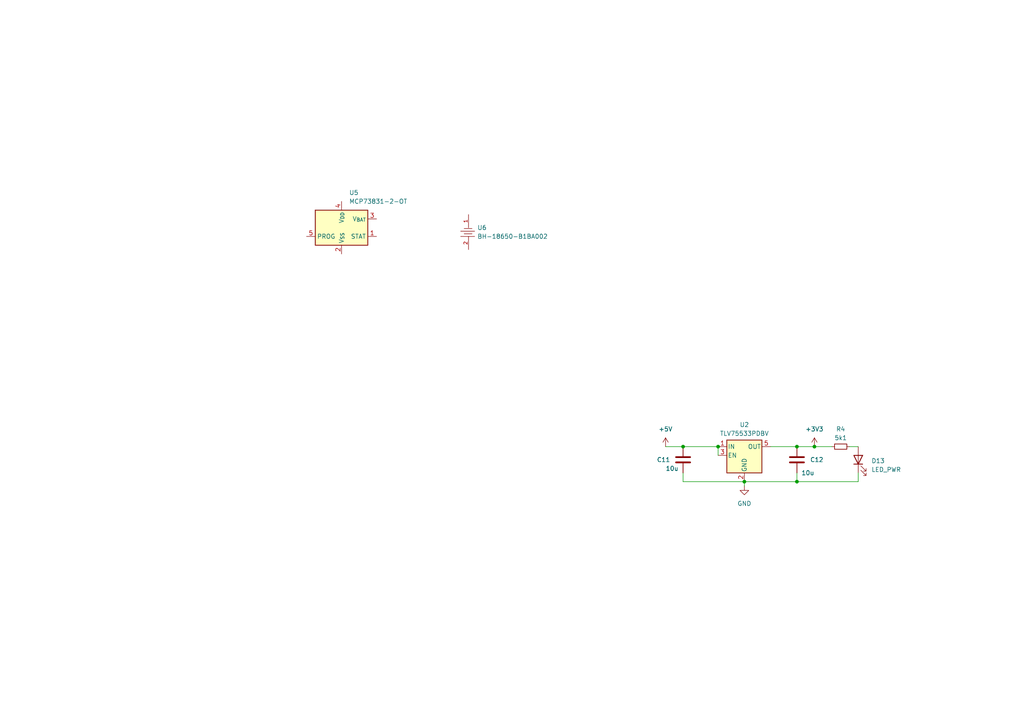
<source format=kicad_sch>
(kicad_sch (version 20230121) (generator eeschema)
  (paper "A4")
  (lib_symbols
    (symbol "BH-18650-B1BA002:BH-18650-B1BA002" (pin_names hide)
      (property "Reference" "U" (at 0 1.27 0))
      (property "Value" "BH-18650-B1BA002" (at 0 -2.54 0))
      (symbol "BH-18650-B1BA002_0_1"
        (polyline (pts (xy -1.27 2.286) (xy -1.27 -1.778)))
        (polyline (pts (xy -0.508 1.27) (xy -0.508 -1.016)))
        (polyline (pts (xy 0.254 2.286) (xy 0.254 -1.778)))
        (polyline (pts (xy 1.016 1.27) (xy 1.016 -1.016)))
        (pin input line (at 5.08 0 180) (length 3.81) (name "1") (number "1"))
        (pin input line (at -5.08 0 0) (length 3.81) (name "2") (number "2"))
      )
    )
    (symbol "Battery_Management:MCP73831-2-OT"
      (property "Reference" "U" (at -7.62 6.35 0))
      (property "Value" "MCP73831-2-OT" (at 1.27 6.35 0))
      (symbol "MCP73831-2-OT_0_1"
        (rectangle (start -7.62 5.08) (end 7.62 -5.08) (stroke (width 0.254)) (fill (type background)))
      )
      (symbol "MCP73831-2-OT_1_1"
        (pin tri_state line (at 10.16 -2.54 180) (length 2.54) (name "STAT") (number "1"))
        (pin power_in line (at 0 -7.62 90) (length 2.54) (name "V_{SS}") (number "2"))
        (pin power_out line (at 10.16 2.54 180) (length 2.54) (name "V_{BAT}") (number "3"))
        (pin power_in line (at 0 7.62 270) (length 2.54) (name "V_{DD}") (number "4"))
        (pin input line (at -10.16 -2.54 0) (length 2.54) (name "PROG") (number "5"))
      )
    )
    (symbol "Device:C" (pin_numbers hide) (pin_names (offset 0.254))
      (property "Reference" "C" (at 0.635 2.54 0))
      (property "Value" "C" (at 0.635 -2.54 0))
      (symbol "C_0_1"
        (polyline (pts (xy -2.032 -0.762) (xy 2.032 -0.762)) (stroke (width 0.508)))
        (polyline (pts (xy -2.032 0.762) (xy 2.032 0.762)) (stroke (width 0.508)))
      )
      (symbol "C_1_1"
        (pin passive line (at 0 3.81 270) (length 2.794) (name "~") (number "1"))
        (pin passive line (at 0 -3.81 90) (length 2.794) (name "~") (number "2"))
      )
    )
    (symbol "Device:LED" (pin_numbers hide) (pin_names (offset 1.016) hide)
      (property "Reference" "D" (at 0 2.54 0))
      (property "Value" "LED" (at 0 -2.54 0))
      (symbol "LED_0_1"
        (polyline (pts (xy -1.27 -1.27) (xy -1.27 1.27)) (stroke (width 0.254)))
        (polyline (pts (xy -1.27 0) (xy 1.27 0)))
        (polyline (pts (xy 1.27 -1.27) (xy 1.27 1.27) (xy -1.27 0) (xy 1.27 -1.27)) (stroke (width 0.254)))
        (polyline (pts (xy -3.048 -0.762) (xy -4.572 -2.286) (xy -3.81 -2.286) (xy -4.572 -2.286) (xy -4.572 -1.524)))
        (polyline (pts (xy -1.778 -0.762) (xy -3.302 -2.286) (xy -2.54 -2.286) (xy -3.302 -2.286) (xy -3.302 -1.524)))
      )
      (symbol "LED_1_1"
        (pin passive line (at -3.81 0 0) (length 2.54) (name "K") (number "1"))
        (pin passive line (at 3.81 0 180) (length 2.54) (name "A") (number "2"))
      )
    )
    (symbol "Device:R_Small" (pin_numbers hide) (pin_names (offset 0.254) hide)
      (property "Reference" "R" (at 0.762 0.508 0))
      (property "Value" "R_Small" (at 0.762 -1.016 0))
      (symbol "R_Small_0_1"
        (rectangle (start -0.762 1.778) (end 0.762 -1.778) (stroke (width 0.2032)))
      )
      (symbol "R_Small_1_1"
        (pin passive line (at 0 2.54 270) (length 0.762) (name "~") (number "1"))
        (pin passive line (at 0 -2.54 90) (length 0.762) (name "~") (number "2"))
      )
    )
    (symbol "Regulator_Linear:TLV75533PDBV" (pin_names (offset 0.254))
      (property "Reference" "U" (at -3.81 5.715 0))
      (property "Value" "TLV75533PDBV" (at 0 5.715 0))
      (symbol "TLV75533PDBV_0_1"
        (rectangle (start -5.08 4.445) (end 5.08 -5.08) (stroke (width 0.254)) (fill (type background)))
      )
      (symbol "TLV75533PDBV_1_1"
        (pin power_in line (at -7.62 2.54 0) (length 2.54) (name "IN") (number "1"))
        (pin power_in line (at 0 -7.62 90) (length 2.54) (name "GND") (number "2"))
        (pin input line (at -7.62 0 0) (length 2.54) (name "EN") (number "3"))
        (pin no_connect line (at 5.08 0 180) (length 2.54) hide (name "NC") (number "4"))
        (pin power_out line (at 7.62 2.54 180) (length 2.54) (name "OUT") (number "5"))
      )
    )
    (symbol "power:+3V3" (power) (pin_names (offset 0))
      (property "Value" "+3V3" (at 0 3.556 0))
      (symbol "+3V3_0_1"
        (polyline (pts (xy -0.762 1.27) (xy 0 2.54)))
        (polyline (pts (xy 0 0) (xy 0 2.54)))
        (polyline (pts (xy 0 2.54) (xy 0.762 1.27)))
      )
      (symbol "+3V3_1_1"
        (pin power_in line (at 0 0 90) (length 0) hide (name "+3V3") (number "1"))
      )
    )
    (symbol "power:+5V" (power) (pin_names (offset 0))
      (property "Value" "+5V" (at 0 3.556 0))
      (symbol "+5V_0_1"
        (polyline (pts (xy -0.762 1.27) (xy 0 2.54)))
        (polyline (pts (xy 0 0) (xy 0 2.54)))
        (polyline (pts (xy 0 2.54) (xy 0.762 1.27)))
      )
      (symbol "+5V_1_1"
        (pin power_in line (at 0 0 90) (length 0) hide (name "+5V") (number "1"))
      )
    )
    (symbol "power:GND" (power) (pin_names (offset 0))
      (property "Value" "GND" (at 0 -3.81 0))
      (symbol "GND_0_1"
        (polyline (pts (xy 0 0) (xy 0 -1.27) (xy 1.27 -1.27) (xy 0 -2.54) (xy -1.27 -1.27) (xy 0 -1.27)))
      )
      (symbol "GND_1_1"
        (pin power_in line (at 0 0 270) (length 0) hide (name "GND") (number "1"))
      )
    )
  )
  (junction (at 208.28 129.54))
  (junction (at 198.12 129.54))
  (junction (at 236.22 129.54))
  (junction (at 231.14 129.54))
  (junction (at 215.9 139.7))
  (junction (at 231.14 139.7))
  (wire (pts (xy 198.12 139.7) (xy 215.9 139.7)))
  (wire (pts (xy 198.12 129.54) (xy 208.28 129.54)))
  (wire (pts (xy 208.28 129.54) (xy 208.28 132.08)))
  (wire (pts (xy 215.9 140.97) (xy 215.9 139.7)))
  (wire (pts (xy 223.52 129.54) (xy 231.14 129.54)))
  (wire (pts (xy 231.14 137.16) (xy 231.14 139.7)))
  (wire (pts (xy 231.14 139.7) (xy 248.92 139.7)))
  (wire (pts (xy 248.92 137.16) (xy 248.92 139.7)))
  (wire (pts (xy 231.14 139.7) (xy 215.9 139.7)))
  (wire (pts (xy 193.04 129.54) (xy 198.12 129.54)))
  (wire (pts (xy 236.22 129.54) (xy 231.14 129.54)))
  (wire (pts (xy 198.12 137.16) (xy 198.12 139.7)))
  (wire (pts (xy 236.22 129.54) (xy 241.3 129.54)))
  (wire (pts (xy 246.38 129.54) (xy 248.92 129.54)))
  (symbol (lib_id "power:GND") (at 215.9 140.97 0) (unit 1)
    (property "Reference" "#PWR014" (effects hide))
    (property "Value" "GND" (at 215.9 146.05 0))
  )
  (symbol (lib_id "Battery_Management:MCP73831-2-OT") (at 99.06 66.04 0) (unit 1)
    (property "Reference" "U5" (at 101.2541 55.88 0) (effects (justify left)))
    (property "Value" "MCP73831-2-OT" (at 101.2541 58.42 0) (effects (justify left)))
    (property "Footprint" "Package_TO_SOT_SMD:SOT-23-5" (effects hide))
    (property "Datasheet" "http://ww1.microchip.com/downloads/en/DeviceDoc/20001984g.pdf" (effects hide))
  )
  (symbol (lib_id "Device:R_Small") (at 243.84 129.54 90) (unit 1)
    (property "Reference" "R4" (at 243.84 124.46 90))
    (property "Value" "5k1" (at 243.84 127 90))
  )
  (symbol (lib_id "power:+5V") (at 193.04 129.54 0) (unit 1)
    (property "Reference" "#PWR011" (effects hide))
    (property "Value" "+5V" (at 193.04 124.46 0))
  )
  (symbol (lib_id "power:+3V3") (at 236.22 129.54 0) (unit 1)
    (property "Reference" "#PWR018" (effects hide))
    (property "Value" "+3V3" (at 236.22 124.46 0))
  )
  (symbol (lib_id "BH-18650-B1BA002:BH-18650-B1BA002") (at 135.89 67.31 90) (unit 1)
    (property "Reference" "U6" (at 138.43 66.04 90) (effects (justify right)))
    (property "Value" "BH-18650-B1BA002" (at 138.43 68.58 90) (effects (justify right)))
    (property "Footprint" "footprint:BATTERY-SMD_18650-1S-L77.1-W20.7-1" (effects hide))
    (property "Datasheet" "https://atta.szlcsc.com/upload/public/pdf/source/20220402/870DB99AB50CA0DF8D51CF7C86A51FAB.pdf" (effects hide))
    (property "LCSC" "C2988620" (effects hide))
  )
  (symbol (lib_id "Device:C") (at 198.12 133.35 0) (unit 1)
    (property "Reference" "C11" (at 190.5 133.35 0) (effects (justify left)))
    (property "Value" "10u" (at 193.04 135.89 0) (effects (justify left)))
  )
  (symbol (lib_id "Device:LED") (at 248.92 133.35 90) (unit 1)
    (property "Reference" "D13" (at 252.73 133.6675 90) (effects (justify right)))
    (property "Value" "LED_PWR" (at 252.73 136.2075 90) (effects (justify right)))
  )
  (symbol (lib_id "Regulator_Linear:TLV75533PDBV") (at 215.9 132.08 0) (unit 1)
    (property "Reference" "U2" (at 215.9 123.19 0))
    (property "Value" "TLV75533PDBV" (at 215.9 125.73 0))
    (property "Footprint" "Package_TO_SOT_SMD:SOT-23-5" (effects hide))
    (property "Datasheet" "http://www.ti.com/lit/ds/symlink/tlv755p.pdf" (effects hide))
  )
  (symbol (lib_id "Device:C") (at 231.14 133.35 0) (unit 1)
    (property "Reference" "C12" (at 234.95 133.35 0) (effects (justify left)))
    (property "Value" "10u" (at 232.41 137.16 0) (effects (justify left)))
  )
)
</source>
